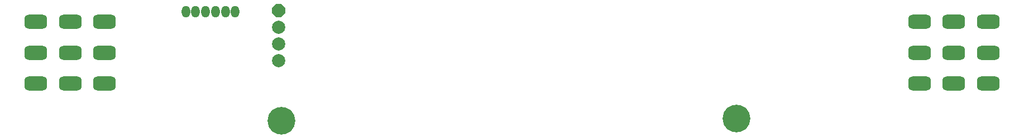
<source format=gbs>
G04*
G04 #@! TF.GenerationSoftware,Altium Limited,Altium Designer,21.8.1 (53)*
G04*
G04 Layer_Color=16711935*
%FSLAX25Y25*%
%MOIN*%
G70*
G04*
G04 #@! TF.SameCoordinates,D46EA3DB-D9D9-43A1-922E-71BBC497A689*
G04*
G04*
G04 #@! TF.FilePolarity,Negative*
G04*
G01*
G75*
%ADD13O,0.05131X0.07099*%
G04:AMPARAMS|DCode=14|XSize=86.74mil|YSize=133.98mil|CornerRadius=27.62mil|HoleSize=0mil|Usage=FLASHONLY|Rotation=270.000|XOffset=0mil|YOffset=0mil|HoleType=Round|Shape=RoundedRectangle|*
%AMROUNDEDRECTD14*
21,1,0.08674,0.07874,0,0,270.0*
21,1,0.03150,0.13398,0,0,270.0*
1,1,0.05524,-0.03937,-0.01575*
1,1,0.05524,-0.03937,0.01575*
1,1,0.05524,0.03937,0.01575*
1,1,0.05524,0.03937,-0.01575*
%
%ADD14ROUNDEDRECTD14*%
%ADD15C,0.07887*%
%ADD16P,0.08537X8X292.5*%
%ADD17C,0.16548*%
D13*
X242689Y314500D02*
D03*
X248594D02*
D03*
X254500D02*
D03*
X260405D02*
D03*
X266311D02*
D03*
X272217D02*
D03*
D14*
X194193Y289901D02*
D03*
Y271398D02*
D03*
Y308405D02*
D03*
X173721Y289901D02*
D03*
Y271398D02*
D03*
Y308405D02*
D03*
X153248Y289901D02*
D03*
Y271398D02*
D03*
Y308405D02*
D03*
X680807D02*
D03*
X680807Y271398D02*
D03*
X680807Y289901D02*
D03*
X701279Y308405D02*
D03*
Y271398D02*
D03*
Y289901D02*
D03*
X721752Y308405D02*
D03*
X721752Y271398D02*
D03*
X721752Y289901D02*
D03*
D15*
X298054Y285211D02*
D03*
Y295211D02*
D03*
Y305211D02*
D03*
D16*
Y315211D02*
D03*
D17*
X571375Y250598D02*
D03*
X299726Y249038D02*
D03*
M02*

</source>
